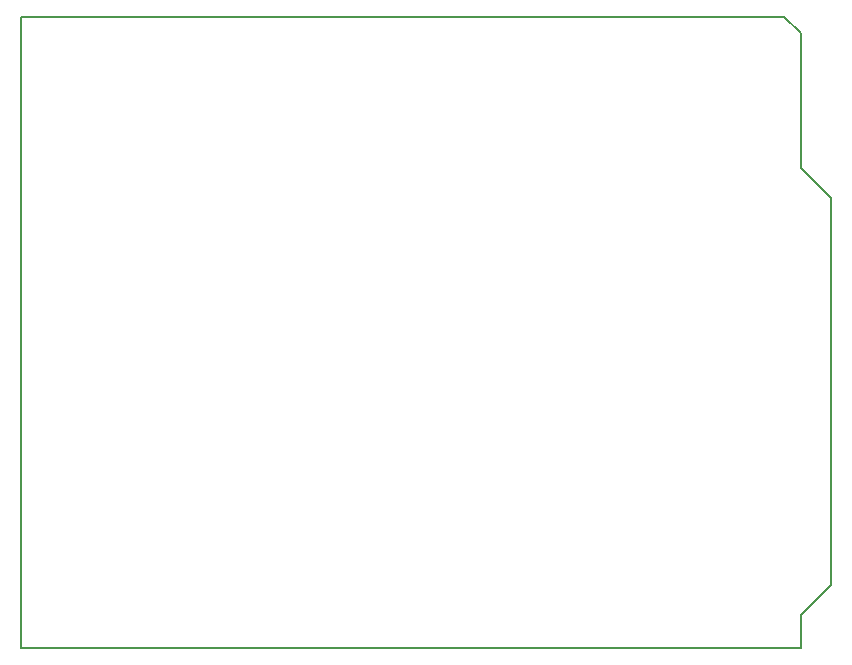
<source format=gm1>
G04 #@! TF.GenerationSoftware,KiCad,Pcbnew,(2017-11-08 revision cd21218)-HEAD*
G04 #@! TF.CreationDate,2018-02-07T17:00:12+02:00*
G04 #@! TF.ProjectId,esp8266_uno,657370383236365F756E6F2E6B696361,rev?*
G04 #@! TF.SameCoordinates,Original*
G04 #@! TF.FileFunction,Profile,NP*
%FSLAX46Y46*%
G04 Gerber Fmt 4.6, Leading zero omitted, Abs format (unit mm)*
G04 Created by KiCad (PCBNEW (2017-11-08 revision cd21218)-HEAD) date Wed Feb  7 17:00:12 2018*
%MOMM*%
%LPD*%
G01*
G04 APERTURE LIST*
%ADD10C,0.150000*%
G04 APERTURE END LIST*
D10*
X177114200Y-81127600D02*
X175742600Y-79756000D01*
X111125000Y-79756000D02*
X111125000Y-133223000D01*
X175742600Y-79756000D02*
X111125000Y-79756000D01*
X177115604Y-92583266D02*
X177115604Y-81127494D01*
X179655604Y-95122997D02*
X177115604Y-92582997D01*
X179655604Y-127895174D02*
X179655604Y-95122997D01*
X177115604Y-130435174D02*
X179655604Y-127895174D01*
X177115604Y-133229174D02*
X177115604Y-130435174D01*
X111125000Y-133229174D02*
X177115604Y-133229174D01*
M02*

</source>
